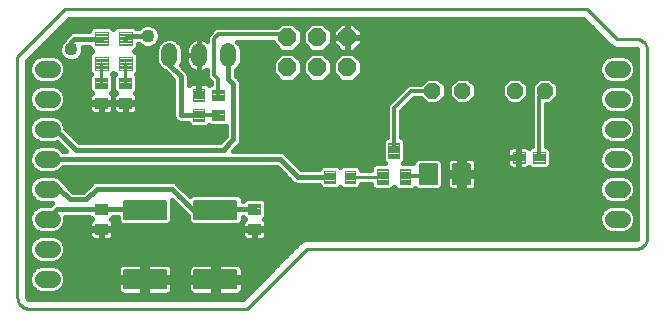
<source format=gtl>
G75*
%MOIN*%
%OFA0B0*%
%FSLAX24Y24*%
%IPPOS*%
%LPD*%
%AMOC8*
5,1,8,0,0,1.08239X$1,22.5*
%
%ADD10C,0.0100*%
%ADD11OC8,0.0610*%
%ADD12C,0.0560*%
%ADD13C,0.0039*%
%ADD14C,0.0520*%
%ADD15C,0.0063*%
%ADD16OC8,0.0520*%
%ADD17C,0.0067*%
%ADD18C,0.0047*%
%ADD19C,0.0120*%
%ADD20C,0.0160*%
%ADD21C,0.0436*%
D10*
X002750Y010275D02*
X010050Y010275D01*
X012050Y012275D01*
X023000Y012275D01*
X023006Y012275D02*
X023045Y012277D01*
X023083Y012283D01*
X023120Y012292D01*
X023157Y012305D01*
X023192Y012322D01*
X023225Y012341D01*
X023256Y012364D01*
X023285Y012390D01*
X023311Y012419D01*
X023334Y012450D01*
X023353Y012483D01*
X023370Y012518D01*
X023383Y012555D01*
X023392Y012592D01*
X023398Y012630D01*
X023400Y012669D01*
X023400Y012675D02*
X023400Y018875D01*
X023400Y018881D02*
X023398Y018920D01*
X023392Y018958D01*
X023383Y018995D01*
X023370Y019032D01*
X023353Y019067D01*
X023334Y019100D01*
X023311Y019131D01*
X023285Y019160D01*
X023256Y019186D01*
X023225Y019209D01*
X023192Y019228D01*
X023157Y019245D01*
X023120Y019258D01*
X023083Y019267D01*
X023045Y019273D01*
X023006Y019275D01*
X022400Y019275D01*
X021400Y020275D01*
X004000Y020275D01*
X002400Y018675D01*
X002400Y010675D01*
X002400Y010669D02*
X002402Y010630D01*
X002408Y010592D01*
X002417Y010555D01*
X002430Y010518D01*
X002447Y010483D01*
X002466Y010450D01*
X002489Y010419D01*
X002515Y010390D01*
X002544Y010364D01*
X002575Y010341D01*
X002608Y010322D01*
X002643Y010305D01*
X002680Y010292D01*
X002717Y010283D01*
X002755Y010277D01*
X002794Y010275D01*
X005200Y017810D02*
X005202Y017813D01*
X005202Y018461D01*
X005200Y018462D01*
X006000Y018462D02*
X006002Y018461D01*
X006002Y017813D01*
X006000Y017810D01*
X013485Y014675D02*
X013571Y014676D01*
X014575Y014676D01*
X014575Y014689D01*
X014576Y014692D01*
D11*
X013400Y018325D03*
X012400Y018325D03*
X011400Y018325D03*
X011400Y019325D03*
X012400Y019325D03*
X013400Y019325D03*
D12*
X022260Y018275D02*
X022540Y018275D01*
X022540Y017275D02*
X022260Y017275D01*
X022260Y016275D02*
X022540Y016275D01*
X022540Y015275D02*
X022260Y015275D01*
X022260Y014275D02*
X022540Y014275D01*
X022540Y013275D02*
X022260Y013275D01*
X003540Y013275D02*
X003260Y013275D01*
X003260Y012275D02*
X003540Y012275D01*
X003540Y011275D02*
X003260Y011275D01*
X003260Y014275D02*
X003540Y014275D01*
X003540Y015275D02*
X003260Y015275D01*
X003260Y016275D02*
X003540Y016275D01*
X003540Y017275D02*
X003260Y017275D01*
X003260Y018275D02*
X003540Y018275D01*
D13*
X005397Y017988D02*
X005397Y017632D01*
X005003Y017632D01*
X005003Y017988D01*
X005397Y017988D01*
X005397Y017670D02*
X005003Y017670D01*
X005003Y017708D02*
X005397Y017708D01*
X005397Y017746D02*
X005003Y017746D01*
X005003Y017784D02*
X005397Y017784D01*
X005397Y017822D02*
X005003Y017822D01*
X005003Y017860D02*
X005397Y017860D01*
X005397Y017898D02*
X005003Y017898D01*
X005003Y017936D02*
X005397Y017936D01*
X005397Y017974D02*
X005003Y017974D01*
X005397Y017318D02*
X005397Y016962D01*
X005003Y016962D01*
X005003Y017318D01*
X005397Y017318D01*
X005397Y017000D02*
X005003Y017000D01*
X005003Y017038D02*
X005397Y017038D01*
X005397Y017076D02*
X005003Y017076D01*
X005003Y017114D02*
X005397Y017114D01*
X005397Y017152D02*
X005003Y017152D01*
X005003Y017190D02*
X005397Y017190D01*
X005397Y017228D02*
X005003Y017228D01*
X005003Y017266D02*
X005397Y017266D01*
X005397Y017304D02*
X005003Y017304D01*
X006197Y017318D02*
X006197Y016962D01*
X005803Y016962D01*
X005803Y017318D01*
X006197Y017318D01*
X006197Y017000D02*
X005803Y017000D01*
X005803Y017038D02*
X006197Y017038D01*
X006197Y017076D02*
X005803Y017076D01*
X005803Y017114D02*
X006197Y017114D01*
X006197Y017152D02*
X005803Y017152D01*
X005803Y017190D02*
X006197Y017190D01*
X006197Y017228D02*
X005803Y017228D01*
X005803Y017266D02*
X006197Y017266D01*
X006197Y017304D02*
X005803Y017304D01*
X006197Y017632D02*
X006197Y017988D01*
X006197Y017632D02*
X005803Y017632D01*
X005803Y017988D01*
X006197Y017988D01*
X006197Y017670D02*
X005803Y017670D01*
X005803Y017708D02*
X006197Y017708D01*
X006197Y017746D02*
X005803Y017746D01*
X005803Y017784D02*
X006197Y017784D01*
X006197Y017822D02*
X005803Y017822D01*
X005803Y017860D02*
X006197Y017860D01*
X006197Y017898D02*
X005803Y017898D01*
X005803Y017936D02*
X006197Y017936D01*
X006197Y017974D02*
X005803Y017974D01*
X008628Y017607D02*
X008628Y017213D01*
X008272Y017213D01*
X008272Y017607D01*
X008628Y017607D01*
X008628Y017251D02*
X008272Y017251D01*
X008272Y017289D02*
X008628Y017289D01*
X008628Y017327D02*
X008272Y017327D01*
X008272Y017365D02*
X008628Y017365D01*
X008628Y017403D02*
X008272Y017403D01*
X008272Y017441D02*
X008628Y017441D01*
X008628Y017479D02*
X008272Y017479D01*
X008272Y017517D02*
X008628Y017517D01*
X008628Y017555D02*
X008272Y017555D01*
X008272Y017593D02*
X008628Y017593D01*
X009297Y017588D02*
X009297Y017232D01*
X008903Y017232D01*
X008903Y017588D01*
X009297Y017588D01*
X009297Y017270D02*
X008903Y017270D01*
X008903Y017308D02*
X009297Y017308D01*
X009297Y017346D02*
X008903Y017346D01*
X008903Y017384D02*
X009297Y017384D01*
X009297Y017422D02*
X008903Y017422D01*
X008903Y017460D02*
X009297Y017460D01*
X009297Y017498D02*
X008903Y017498D01*
X008903Y017536D02*
X009297Y017536D01*
X009297Y017574D02*
X008903Y017574D01*
X009297Y016918D02*
X009297Y016562D01*
X008903Y016562D01*
X008903Y016918D01*
X009297Y016918D01*
X009297Y016600D02*
X008903Y016600D01*
X008903Y016638D02*
X009297Y016638D01*
X009297Y016676D02*
X008903Y016676D01*
X008903Y016714D02*
X009297Y016714D01*
X009297Y016752D02*
X008903Y016752D01*
X008903Y016790D02*
X009297Y016790D01*
X009297Y016828D02*
X008903Y016828D01*
X008903Y016866D02*
X009297Y016866D01*
X009297Y016904D02*
X008903Y016904D01*
X008628Y016937D02*
X008628Y016543D01*
X008272Y016543D01*
X008272Y016937D01*
X008628Y016937D01*
X008628Y016581D02*
X008272Y016581D01*
X008272Y016619D02*
X008628Y016619D01*
X008628Y016657D02*
X008272Y016657D01*
X008272Y016695D02*
X008628Y016695D01*
X008628Y016733D02*
X008272Y016733D01*
X008272Y016771D02*
X008628Y016771D01*
X008628Y016809D02*
X008272Y016809D01*
X008272Y016847D02*
X008628Y016847D01*
X008628Y016885D02*
X008272Y016885D01*
X008272Y016923D02*
X008628Y016923D01*
X010103Y013788D02*
X010103Y013432D01*
X010103Y013788D02*
X010497Y013788D01*
X010497Y013432D01*
X010103Y013432D01*
X010103Y013470D02*
X010497Y013470D01*
X010497Y013508D02*
X010103Y013508D01*
X010103Y013546D02*
X010497Y013546D01*
X010497Y013584D02*
X010103Y013584D01*
X010103Y013622D02*
X010497Y013622D01*
X010497Y013660D02*
X010103Y013660D01*
X010103Y013698D02*
X010497Y013698D01*
X010497Y013736D02*
X010103Y013736D01*
X010103Y013774D02*
X010497Y013774D01*
X010103Y013118D02*
X010103Y012762D01*
X010103Y013118D02*
X010497Y013118D01*
X010497Y012762D01*
X010103Y012762D01*
X010103Y012800D02*
X010497Y012800D01*
X010497Y012838D02*
X010103Y012838D01*
X010103Y012876D02*
X010497Y012876D01*
X010497Y012914D02*
X010103Y012914D01*
X010103Y012952D02*
X010497Y012952D01*
X010497Y012990D02*
X010103Y012990D01*
X010103Y013028D02*
X010497Y013028D01*
X010497Y013066D02*
X010103Y013066D01*
X010103Y013104D02*
X010497Y013104D01*
X012637Y014478D02*
X012993Y014478D01*
X012637Y014478D02*
X012637Y014872D01*
X012993Y014872D01*
X012993Y014478D01*
X012993Y014516D02*
X012637Y014516D01*
X012637Y014554D02*
X012993Y014554D01*
X012993Y014592D02*
X012637Y014592D01*
X012637Y014630D02*
X012993Y014630D01*
X012993Y014668D02*
X012637Y014668D01*
X012637Y014706D02*
X012993Y014706D01*
X012993Y014744D02*
X012637Y014744D01*
X012637Y014782D02*
X012993Y014782D01*
X012993Y014820D02*
X012637Y014820D01*
X012637Y014858D02*
X012993Y014858D01*
X013307Y014478D02*
X013663Y014478D01*
X013307Y014478D02*
X013307Y014872D01*
X013663Y014872D01*
X013663Y014478D01*
X013663Y014516D02*
X013307Y014516D01*
X013307Y014554D02*
X013663Y014554D01*
X013663Y014592D02*
X013307Y014592D01*
X013307Y014630D02*
X013663Y014630D01*
X013663Y014668D02*
X013307Y014668D01*
X013307Y014706D02*
X013663Y014706D01*
X013663Y014744D02*
X013307Y014744D01*
X013307Y014782D02*
X013663Y014782D01*
X013663Y014820D02*
X013307Y014820D01*
X013307Y014858D02*
X013663Y014858D01*
X014398Y014436D02*
X014754Y014436D01*
X014398Y014436D02*
X014398Y014948D01*
X014754Y014948D01*
X014754Y014436D01*
X014754Y014474D02*
X014398Y014474D01*
X014398Y014512D02*
X014754Y014512D01*
X014754Y014550D02*
X014398Y014550D01*
X014398Y014588D02*
X014754Y014588D01*
X014754Y014626D02*
X014398Y014626D01*
X014398Y014664D02*
X014754Y014664D01*
X014754Y014702D02*
X014398Y014702D01*
X014398Y014740D02*
X014754Y014740D01*
X014754Y014778D02*
X014398Y014778D01*
X014398Y014816D02*
X014754Y014816D01*
X014754Y014854D02*
X014398Y014854D01*
X014398Y014892D02*
X014754Y014892D01*
X014754Y014930D02*
X014398Y014930D01*
X014772Y015302D02*
X015128Y015302D01*
X014772Y015302D02*
X014772Y015814D01*
X015128Y015814D01*
X015128Y015302D01*
X015128Y015340D02*
X014772Y015340D01*
X014772Y015378D02*
X015128Y015378D01*
X015128Y015416D02*
X014772Y015416D01*
X014772Y015454D02*
X015128Y015454D01*
X015128Y015492D02*
X014772Y015492D01*
X014772Y015530D02*
X015128Y015530D01*
X015128Y015568D02*
X014772Y015568D01*
X014772Y015606D02*
X015128Y015606D01*
X015128Y015644D02*
X014772Y015644D01*
X014772Y015682D02*
X015128Y015682D01*
X015128Y015720D02*
X014772Y015720D01*
X014772Y015758D02*
X015128Y015758D01*
X015128Y015796D02*
X014772Y015796D01*
X015146Y014436D02*
X015502Y014436D01*
X015146Y014436D02*
X015146Y014948D01*
X015502Y014948D01*
X015502Y014436D01*
X015502Y014474D02*
X015146Y014474D01*
X015146Y014512D02*
X015502Y014512D01*
X015502Y014550D02*
X015146Y014550D01*
X015146Y014588D02*
X015502Y014588D01*
X015502Y014626D02*
X015146Y014626D01*
X015146Y014664D02*
X015502Y014664D01*
X015502Y014702D02*
X015146Y014702D01*
X015146Y014740D02*
X015502Y014740D01*
X015502Y014778D02*
X015146Y014778D01*
X015146Y014816D02*
X015502Y014816D01*
X015502Y014854D02*
X015146Y014854D01*
X015146Y014892D02*
X015502Y014892D01*
X015502Y014930D02*
X015146Y014930D01*
X018918Y015503D02*
X019312Y015503D01*
X019312Y015147D01*
X018918Y015147D01*
X018918Y015503D01*
X018918Y015185D02*
X019312Y015185D01*
X019312Y015223D02*
X018918Y015223D01*
X018918Y015261D02*
X019312Y015261D01*
X019312Y015299D02*
X018918Y015299D01*
X018918Y015337D02*
X019312Y015337D01*
X019312Y015375D02*
X018918Y015375D01*
X018918Y015413D02*
X019312Y015413D01*
X019312Y015451D02*
X018918Y015451D01*
X018918Y015489D02*
X019312Y015489D01*
X019588Y015503D02*
X019982Y015503D01*
X019982Y015147D01*
X019588Y015147D01*
X019588Y015503D01*
X019588Y015185D02*
X019982Y015185D01*
X019982Y015223D02*
X019588Y015223D01*
X019588Y015261D02*
X019982Y015261D01*
X019982Y015299D02*
X019588Y015299D01*
X019588Y015337D02*
X019982Y015337D01*
X019982Y015375D02*
X019588Y015375D01*
X019588Y015413D02*
X019982Y015413D01*
X019982Y015451D02*
X019588Y015451D01*
X019588Y015489D02*
X019982Y015489D01*
X005397Y013788D02*
X005397Y013432D01*
X005003Y013432D01*
X005003Y013788D01*
X005397Y013788D01*
X005397Y013470D02*
X005003Y013470D01*
X005003Y013508D02*
X005397Y013508D01*
X005397Y013546D02*
X005003Y013546D01*
X005003Y013584D02*
X005397Y013584D01*
X005397Y013622D02*
X005003Y013622D01*
X005003Y013660D02*
X005397Y013660D01*
X005397Y013698D02*
X005003Y013698D01*
X005003Y013736D02*
X005397Y013736D01*
X005397Y013774D02*
X005003Y013774D01*
X005397Y013118D02*
X005397Y012762D01*
X005003Y012762D01*
X005003Y013118D01*
X005397Y013118D01*
X005397Y012800D02*
X005003Y012800D01*
X005003Y012838D02*
X005397Y012838D01*
X005397Y012876D02*
X005003Y012876D01*
X005003Y012914D02*
X005397Y012914D01*
X005397Y012952D02*
X005003Y012952D01*
X005003Y012990D02*
X005397Y012990D01*
X005397Y013028D02*
X005003Y013028D01*
X005003Y013066D02*
X005397Y013066D01*
X005397Y013104D02*
X005003Y013104D01*
D14*
X007466Y018605D02*
X007466Y018865D01*
X008450Y018865D02*
X008450Y018605D01*
X009435Y018605D02*
X009435Y018865D01*
D15*
X015806Y015099D02*
X016374Y015099D01*
X016374Y014451D01*
X015806Y014451D01*
X015806Y015099D01*
X015806Y014513D02*
X016374Y014513D01*
X016374Y014575D02*
X015806Y014575D01*
X015806Y014637D02*
X016374Y014637D01*
X016374Y014699D02*
X015806Y014699D01*
X015806Y014761D02*
X016374Y014761D01*
X016374Y014823D02*
X015806Y014823D01*
X015806Y014885D02*
X016374Y014885D01*
X016374Y014947D02*
X015806Y014947D01*
X015806Y015009D02*
X016374Y015009D01*
X016374Y015071D02*
X015806Y015071D01*
X016926Y015099D02*
X017494Y015099D01*
X017494Y014451D01*
X016926Y014451D01*
X016926Y015099D01*
X016926Y014513D02*
X017494Y014513D01*
X017494Y014575D02*
X016926Y014575D01*
X016926Y014637D02*
X017494Y014637D01*
X017494Y014699D02*
X016926Y014699D01*
X016926Y014761D02*
X017494Y014761D01*
X017494Y014823D02*
X016926Y014823D01*
X016926Y014885D02*
X017494Y014885D01*
X017494Y014947D02*
X016926Y014947D01*
X016926Y015009D02*
X017494Y015009D01*
X017494Y015071D02*
X016926Y015071D01*
D16*
X017235Y017545D03*
X016235Y017545D03*
X018985Y017545D03*
X019985Y017545D03*
D17*
X008305Y013887D02*
X008305Y013285D01*
X008305Y013887D02*
X009695Y013887D01*
X009695Y013285D01*
X008305Y013285D01*
X008305Y013351D02*
X009695Y013351D01*
X009695Y013417D02*
X008305Y013417D01*
X008305Y013483D02*
X009695Y013483D01*
X009695Y013549D02*
X008305Y013549D01*
X008305Y013615D02*
X009695Y013615D01*
X009695Y013681D02*
X008305Y013681D01*
X008305Y013747D02*
X009695Y013747D01*
X009695Y013813D02*
X008305Y013813D01*
X008305Y013879D02*
X009695Y013879D01*
X008305Y011565D02*
X008305Y010963D01*
X008305Y011565D02*
X009695Y011565D01*
X009695Y010963D01*
X008305Y010963D01*
X008305Y011029D02*
X009695Y011029D01*
X009695Y011095D02*
X008305Y011095D01*
X008305Y011161D02*
X009695Y011161D01*
X009695Y011227D02*
X008305Y011227D01*
X008305Y011293D02*
X009695Y011293D01*
X009695Y011359D02*
X008305Y011359D01*
X008305Y011425D02*
X009695Y011425D01*
X009695Y011491D02*
X008305Y011491D01*
X008305Y011557D02*
X009695Y011557D01*
X005955Y011565D02*
X005955Y010963D01*
X005955Y011565D02*
X007345Y011565D01*
X007345Y010963D01*
X005955Y010963D01*
X005955Y011029D02*
X007345Y011029D01*
X007345Y011095D02*
X005955Y011095D01*
X005955Y011161D02*
X007345Y011161D01*
X007345Y011227D02*
X005955Y011227D01*
X005955Y011293D02*
X007345Y011293D01*
X007345Y011359D02*
X005955Y011359D01*
X005955Y011425D02*
X007345Y011425D01*
X007345Y011491D02*
X005955Y011491D01*
X005955Y011557D02*
X007345Y011557D01*
X005955Y013285D02*
X005955Y013887D01*
X007345Y013887D01*
X007345Y013285D01*
X005955Y013285D01*
X005955Y013351D02*
X007345Y013351D01*
X007345Y013417D02*
X005955Y013417D01*
X005955Y013483D02*
X007345Y013483D01*
X007345Y013549D02*
X005955Y013549D01*
X005955Y013615D02*
X007345Y013615D01*
X007345Y013681D02*
X005955Y013681D01*
X005955Y013747D02*
X007345Y013747D01*
X007345Y013813D02*
X005955Y013813D01*
X005955Y013879D02*
X007345Y013879D01*
D18*
X006213Y018675D02*
X005787Y018675D01*
X006213Y018675D02*
X006213Y018249D01*
X005787Y018249D01*
X005787Y018675D01*
X005787Y018295D02*
X006213Y018295D01*
X006213Y018341D02*
X005787Y018341D01*
X005787Y018387D02*
X006213Y018387D01*
X006213Y018433D02*
X005787Y018433D01*
X005787Y018479D02*
X006213Y018479D01*
X006213Y018525D02*
X005787Y018525D01*
X005787Y018571D02*
X006213Y018571D01*
X006213Y018617D02*
X005787Y018617D01*
X005787Y018663D02*
X006213Y018663D01*
X006213Y019501D02*
X005787Y019501D01*
X006213Y019501D02*
X006213Y019075D01*
X005787Y019075D01*
X005787Y019501D01*
X005787Y019121D02*
X006213Y019121D01*
X006213Y019167D02*
X005787Y019167D01*
X005787Y019213D02*
X006213Y019213D01*
X006213Y019259D02*
X005787Y019259D01*
X005787Y019305D02*
X006213Y019305D01*
X006213Y019351D02*
X005787Y019351D01*
X005787Y019397D02*
X006213Y019397D01*
X006213Y019443D02*
X005787Y019443D01*
X005787Y019489D02*
X006213Y019489D01*
X005413Y019501D02*
X004987Y019501D01*
X005413Y019501D02*
X005413Y019075D01*
X004987Y019075D01*
X004987Y019501D01*
X004987Y019121D02*
X005413Y019121D01*
X005413Y019167D02*
X004987Y019167D01*
X004987Y019213D02*
X005413Y019213D01*
X005413Y019259D02*
X004987Y019259D01*
X004987Y019305D02*
X005413Y019305D01*
X005413Y019351D02*
X004987Y019351D01*
X004987Y019397D02*
X005413Y019397D01*
X005413Y019443D02*
X004987Y019443D01*
X004987Y019489D02*
X005413Y019489D01*
X005413Y018675D02*
X004987Y018675D01*
X005413Y018675D02*
X005413Y018249D01*
X004987Y018249D01*
X004987Y018675D01*
X004987Y018295D02*
X005413Y018295D01*
X005413Y018341D02*
X004987Y018341D01*
X004987Y018387D02*
X005413Y018387D01*
X005413Y018433D02*
X004987Y018433D01*
X004987Y018479D02*
X005413Y018479D01*
X005413Y018525D02*
X004987Y018525D01*
X004987Y018571D02*
X005413Y018571D01*
X005413Y018617D02*
X004987Y018617D01*
X004987Y018663D02*
X005413Y018663D01*
D19*
X005982Y017159D02*
X006002Y017140D01*
X006000Y017140D01*
X008450Y016740D02*
X009100Y016740D01*
X009100Y017410D02*
X009100Y017925D01*
X008950Y018075D01*
X008950Y019275D01*
X009100Y019425D01*
X011300Y019425D01*
X011400Y019325D01*
X014950Y016975D02*
X014950Y015558D01*
X015324Y014692D02*
X016073Y014692D01*
X016090Y014775D01*
X014950Y016975D02*
X015520Y017545D01*
X016235Y017545D01*
X019785Y017345D02*
X019785Y015325D01*
X019785Y017345D02*
X019985Y017545D01*
X022652Y017724D02*
X022653Y017726D01*
X006650Y011264D02*
X006231Y011006D01*
D20*
X006570Y010945D02*
X006730Y010945D01*
X006730Y011103D02*
X006570Y011103D01*
X006570Y011184D02*
X006730Y011184D01*
X006730Y011344D01*
X006570Y011344D01*
X006570Y011778D01*
X005927Y011778D01*
X005873Y011764D01*
X005824Y011736D01*
X005784Y011696D01*
X005756Y011647D01*
X005742Y011593D01*
X005742Y011344D01*
X006570Y011344D01*
X006570Y011184D01*
X005742Y011184D01*
X005742Y010934D01*
X005756Y010880D01*
X005784Y010831D01*
X005824Y010792D01*
X005873Y010763D01*
X005927Y010749D01*
X006570Y010749D01*
X006570Y011184D01*
X006570Y011262D02*
X004000Y011262D01*
X004000Y011183D02*
X004000Y011366D01*
X003930Y011536D01*
X003801Y011665D01*
X003631Y011735D01*
X003168Y011735D01*
X002999Y011665D01*
X002870Y011536D01*
X002800Y011366D01*
X002800Y011183D01*
X002870Y011014D01*
X002999Y010885D01*
X003168Y010815D01*
X003631Y010815D01*
X003801Y010885D01*
X003930Y011014D01*
X004000Y011183D01*
X003967Y011103D02*
X005742Y011103D01*
X005742Y010945D02*
X003860Y010945D01*
X003978Y011420D02*
X005742Y011420D01*
X005742Y011579D02*
X003887Y011579D01*
X003801Y011885D02*
X003631Y011815D01*
X003168Y011815D01*
X002999Y011885D01*
X002870Y012014D01*
X002800Y012183D01*
X002800Y012366D01*
X002870Y012536D01*
X002999Y012665D01*
X003168Y012735D01*
X003631Y012735D01*
X003801Y012665D01*
X003930Y012536D01*
X004000Y012366D01*
X004000Y012183D01*
X003930Y012014D01*
X003801Y011885D01*
X003811Y011896D02*
X011204Y011896D01*
X011362Y012054D02*
X003946Y012054D01*
X004000Y012213D02*
X011521Y012213D01*
X011679Y012371D02*
X003998Y012371D01*
X003932Y012530D02*
X011838Y012530D01*
X011863Y012555D02*
X011770Y012462D01*
X009913Y010605D01*
X002794Y010605D01*
X002781Y010606D01*
X002758Y010616D01*
X002741Y010633D01*
X002731Y010656D01*
X002730Y010669D01*
X002730Y018538D01*
X004137Y019945D01*
X021263Y019945D01*
X022120Y019088D01*
X022213Y018995D01*
X022334Y018945D01*
X023006Y018945D01*
X023019Y018944D01*
X023042Y018934D01*
X023059Y018917D01*
X023069Y018894D01*
X023070Y018881D01*
X023070Y012669D01*
X023069Y012656D01*
X023059Y012633D01*
X023042Y012616D01*
X023019Y012606D01*
X023006Y012605D01*
X011984Y012605D01*
X011863Y012555D01*
X011045Y011737D02*
X009823Y011737D01*
X009826Y011736D02*
X009777Y011764D01*
X009723Y011778D01*
X009080Y011778D01*
X009080Y011344D01*
X008920Y011344D01*
X008920Y011778D01*
X008277Y011778D01*
X008223Y011764D01*
X008174Y011736D01*
X008134Y011696D01*
X008106Y011647D01*
X008092Y011593D01*
X008092Y011344D01*
X008920Y011344D01*
X008920Y011184D01*
X008092Y011184D01*
X008092Y010934D01*
X008106Y010880D01*
X008134Y010831D01*
X008174Y010792D01*
X008223Y010763D01*
X008277Y010749D01*
X008920Y010749D01*
X008920Y011184D01*
X009080Y011184D01*
X009080Y011344D01*
X009908Y011344D01*
X009908Y011593D01*
X009894Y011647D01*
X009866Y011696D01*
X009826Y011736D01*
X009908Y011579D02*
X010887Y011579D01*
X010728Y011420D02*
X009908Y011420D01*
X009908Y011184D02*
X009908Y010934D01*
X009894Y010880D01*
X009866Y010831D01*
X009826Y010792D01*
X009777Y010763D01*
X009723Y010749D01*
X009080Y010749D01*
X009080Y011184D01*
X009908Y011184D01*
X009908Y011103D02*
X010411Y011103D01*
X010253Y010945D02*
X009908Y010945D01*
X009816Y010786D02*
X010094Y010786D01*
X009936Y010628D02*
X002747Y010628D01*
X002730Y010786D02*
X005834Y010786D01*
X006570Y010786D02*
X006730Y010786D01*
X006730Y010749D02*
X007373Y010749D01*
X007427Y010763D01*
X007476Y010792D01*
X007516Y010831D01*
X007544Y010880D01*
X007558Y010934D01*
X007558Y011184D01*
X006730Y011184D01*
X006730Y010749D01*
X006730Y011262D02*
X008920Y011262D01*
X008920Y011420D02*
X009080Y011420D01*
X009080Y011262D02*
X010570Y011262D01*
X009080Y011103D02*
X008920Y011103D01*
X008920Y010945D02*
X009080Y010945D01*
X009080Y010786D02*
X008920Y010786D01*
X008184Y010786D02*
X007466Y010786D01*
X007558Y010945D02*
X008092Y010945D01*
X008092Y011103D02*
X007558Y011103D01*
X007558Y011344D02*
X007558Y011593D01*
X007544Y011647D01*
X007516Y011696D01*
X007476Y011736D01*
X007427Y011764D01*
X007373Y011778D01*
X006730Y011778D01*
X006730Y011344D01*
X007558Y011344D01*
X007558Y011420D02*
X008092Y011420D01*
X008092Y011579D02*
X007558Y011579D01*
X007473Y011737D02*
X008177Y011737D01*
X008920Y011737D02*
X009080Y011737D01*
X009080Y011579D02*
X008920Y011579D01*
X009981Y012603D02*
X010026Y012577D01*
X010077Y012564D01*
X010282Y012564D01*
X010282Y012922D01*
X010318Y012922D01*
X010318Y012564D01*
X010523Y012564D01*
X010574Y012577D01*
X010619Y012603D01*
X010657Y012641D01*
X010683Y012686D01*
X010697Y012737D01*
X010697Y012922D01*
X010318Y012922D01*
X010318Y012959D01*
X010697Y012959D01*
X010697Y013144D01*
X010683Y013195D01*
X010657Y013240D01*
X010622Y013275D01*
X010697Y013350D01*
X010697Y013870D01*
X010580Y013986D01*
X010020Y013986D01*
X009908Y013874D01*
X009908Y013976D01*
X009783Y014101D01*
X008217Y014101D01*
X008154Y014039D01*
X007770Y014422D01*
X007697Y014495D01*
X007602Y014535D01*
X004998Y014535D01*
X004903Y014495D01*
X004830Y014422D01*
X004592Y014185D01*
X004258Y014185D01*
X003947Y014495D01*
X003946Y014496D01*
X003930Y014536D01*
X003801Y014665D01*
X003631Y014735D01*
X003168Y014735D01*
X002999Y014665D01*
X002870Y014536D01*
X002800Y014366D01*
X002800Y014183D01*
X002870Y014014D01*
X002999Y013885D01*
X003168Y013815D01*
X003572Y013815D01*
X003492Y013735D01*
X003168Y013735D01*
X002999Y013665D01*
X002870Y013536D01*
X002800Y013366D01*
X002800Y013183D01*
X002870Y013014D01*
X002999Y012885D01*
X003168Y012815D01*
X003631Y012815D01*
X003801Y012885D01*
X003930Y013014D01*
X004000Y013183D01*
X004000Y013350D01*
X004804Y013350D01*
X004878Y013275D01*
X004843Y013240D01*
X004817Y013195D01*
X004803Y013144D01*
X004803Y012959D01*
X005182Y012959D01*
X005182Y012922D01*
X005218Y012922D01*
X005218Y012564D01*
X005423Y012564D01*
X005474Y012577D01*
X005519Y012603D01*
X005557Y012641D01*
X005583Y012686D01*
X005597Y012737D01*
X005597Y012922D01*
X005218Y012922D01*
X005218Y012959D01*
X005597Y012959D01*
X005597Y013144D01*
X005583Y013195D01*
X005557Y013240D01*
X005522Y013275D01*
X005596Y013350D01*
X005742Y013350D01*
X005742Y013197D01*
X005867Y013072D01*
X007433Y013072D01*
X007558Y013197D01*
X007558Y013899D01*
X008092Y013366D01*
X008092Y013197D01*
X008217Y013072D01*
X009783Y013072D01*
X009908Y013197D01*
X009908Y013345D01*
X009978Y013275D01*
X009943Y013240D01*
X009917Y013195D01*
X009903Y013144D01*
X009903Y012959D01*
X010282Y012959D01*
X010282Y012922D01*
X009903Y012922D01*
X009903Y012737D01*
X009917Y012686D01*
X009943Y012641D01*
X009981Y012603D01*
X009917Y012688D02*
X005583Y012688D01*
X005597Y012847D02*
X009903Y012847D01*
X009903Y013005D02*
X005597Y013005D01*
X005591Y013164D02*
X005775Y013164D01*
X005742Y013322D02*
X005569Y013322D01*
X005200Y013610D02*
X006627Y013610D01*
X006650Y013586D01*
X006527Y013610D01*
X007558Y013639D02*
X007818Y013639D01*
X007660Y013798D02*
X007558Y013798D01*
X007558Y013481D02*
X007977Y013481D01*
X008092Y013322D02*
X007558Y013322D01*
X007525Y013164D02*
X008125Y013164D01*
X008339Y013486D02*
X007550Y014275D01*
X005050Y014275D01*
X004700Y013925D01*
X004150Y013925D01*
X003800Y014275D01*
X003400Y014275D01*
X003555Y013798D02*
X002730Y013798D01*
X002730Y013956D02*
X002928Y013956D01*
X002829Y014115D02*
X002730Y014115D01*
X002730Y014273D02*
X002800Y014273D01*
X002827Y014432D02*
X002730Y014432D01*
X002730Y014590D02*
X002924Y014590D01*
X002730Y014749D02*
X011309Y014749D01*
X011150Y014907D02*
X003823Y014907D01*
X003801Y014885D02*
X003930Y015014D01*
X003930Y015015D01*
X011042Y015015D01*
X011603Y014455D01*
X011698Y014415D01*
X012439Y014415D01*
X012439Y014395D01*
X012555Y014278D01*
X013075Y014278D01*
X013150Y014353D01*
X013225Y014278D01*
X013745Y014278D01*
X013861Y014395D01*
X013861Y014446D01*
X014199Y014446D01*
X014199Y014353D01*
X014316Y014236D01*
X014836Y014236D01*
X014950Y014350D01*
X015064Y014236D01*
X015584Y014236D01*
X015653Y014306D01*
X015719Y014240D01*
X016461Y014240D01*
X016585Y014364D01*
X016585Y015186D01*
X016461Y015310D01*
X015719Y015310D01*
X015595Y015186D01*
X015595Y015136D01*
X015584Y015148D01*
X015255Y015148D01*
X015327Y015219D01*
X015327Y015897D01*
X015210Y016014D01*
X015190Y016014D01*
X015190Y016876D01*
X015619Y017305D01*
X015853Y017305D01*
X016053Y017105D01*
X016417Y017105D01*
X016675Y017363D01*
X016675Y017727D01*
X016417Y017985D01*
X016053Y017985D01*
X015853Y017785D01*
X015472Y017785D01*
X015384Y017749D01*
X014814Y017178D01*
X014747Y017111D01*
X014710Y017023D01*
X014710Y016014D01*
X014690Y016014D01*
X014573Y015897D01*
X014573Y015219D01*
X014645Y015148D01*
X014316Y015148D01*
X014199Y015031D01*
X014199Y014906D01*
X013861Y014906D01*
X013861Y014955D01*
X013745Y015072D01*
X013225Y015072D01*
X013150Y014997D01*
X013075Y015072D01*
X012555Y015072D01*
X012439Y014955D01*
X012439Y014935D01*
X011858Y014935D01*
X011297Y015495D01*
X011202Y015535D01*
X009578Y015535D01*
X009747Y015705D01*
X009820Y015778D01*
X009860Y015873D01*
X009860Y017827D01*
X009820Y017922D01*
X009747Y017995D01*
X009695Y018048D01*
X009695Y018243D01*
X009808Y018356D01*
X009875Y018518D01*
X009875Y018953D01*
X009808Y019115D01*
X009737Y019185D01*
X010915Y019185D01*
X010915Y019124D01*
X011199Y018840D01*
X011601Y018840D01*
X011885Y019124D01*
X011885Y019526D01*
X011601Y019810D01*
X011199Y019810D01*
X011054Y019665D01*
X009052Y019665D01*
X008964Y019628D01*
X008897Y019561D01*
X008814Y019478D01*
X008747Y019411D01*
X008710Y019323D01*
X008710Y019221D01*
X008681Y019242D01*
X008619Y019273D01*
X008554Y019295D01*
X008485Y019305D01*
X008450Y019305D01*
X008416Y019305D01*
X008347Y019295D01*
X008282Y019273D01*
X008220Y019242D01*
X008164Y019201D01*
X008115Y019152D01*
X008074Y019096D01*
X008043Y019034D01*
X008021Y018969D01*
X008010Y018900D01*
X008010Y018735D01*
X008010Y018571D01*
X008021Y018502D01*
X008043Y018437D01*
X008074Y018375D01*
X008115Y018319D01*
X008164Y018270D01*
X008220Y018229D01*
X008282Y018198D01*
X008347Y018176D01*
X008416Y018165D01*
X008450Y018165D01*
X008450Y018735D01*
X008450Y018735D01*
X008010Y018735D01*
X008450Y018735D01*
X008450Y018735D01*
X008450Y018165D01*
X008485Y018165D01*
X008554Y018176D01*
X008619Y018198D01*
X008681Y018229D01*
X008710Y018250D01*
X008710Y018027D01*
X008747Y017939D01*
X008860Y017826D01*
X008860Y017786D01*
X008820Y017786D01*
X008775Y017741D01*
X008750Y017766D01*
X008704Y017793D01*
X008653Y017806D01*
X008468Y017806D01*
X008468Y017428D01*
X008432Y017428D01*
X008432Y017806D01*
X008247Y017806D01*
X008196Y017793D01*
X008150Y017766D01*
X008113Y017729D01*
X008110Y017724D01*
X008110Y018077D01*
X008710Y018077D01*
X008710Y018236D02*
X008690Y018236D01*
X008450Y018236D02*
X008450Y018236D01*
X008450Y018394D02*
X008450Y018394D01*
X008450Y018553D02*
X008450Y018553D01*
X008450Y018711D02*
X008450Y018711D01*
X008450Y018735D02*
X008450Y019305D01*
X008450Y018735D01*
X008450Y018735D01*
X008450Y018870D02*
X008450Y018870D01*
X008450Y019028D02*
X008450Y019028D01*
X008450Y019187D02*
X008450Y019187D01*
X008149Y019187D02*
X007767Y019187D01*
X007715Y019238D02*
X007554Y019305D01*
X007379Y019305D01*
X007217Y019238D01*
X007093Y019115D01*
X007026Y018953D01*
X007026Y018518D01*
X007093Y018356D01*
X007217Y018232D01*
X007316Y018192D01*
X007590Y017917D01*
X007590Y016689D01*
X007630Y016593D01*
X007703Y016520D01*
X007798Y016480D01*
X008073Y016480D01*
X008073Y016461D01*
X008190Y016344D01*
X008710Y016344D01*
X008775Y016409D01*
X008820Y016364D01*
X009340Y016364D01*
X009340Y016033D01*
X009142Y015835D01*
X004458Y015835D01*
X004000Y016293D01*
X004000Y016366D01*
X003930Y016536D01*
X003801Y016665D01*
X003631Y016735D01*
X003168Y016735D01*
X002999Y016665D01*
X002870Y016536D01*
X002800Y016366D01*
X002800Y016183D01*
X002870Y016014D01*
X002999Y015885D01*
X003168Y015815D01*
X003631Y015815D01*
X003710Y015847D01*
X004022Y015535D01*
X003930Y015535D01*
X003930Y015536D01*
X003801Y015665D01*
X003631Y015735D01*
X003168Y015735D01*
X002999Y015665D01*
X002870Y015536D01*
X002800Y015366D01*
X002800Y015183D01*
X002870Y015014D01*
X002999Y014885D01*
X003168Y014815D01*
X003631Y014815D01*
X003801Y014885D01*
X003876Y014590D02*
X011467Y014590D01*
X011658Y014432D02*
X007761Y014432D01*
X007920Y014273D02*
X014279Y014273D01*
X014199Y014432D02*
X013861Y014432D01*
X013500Y014660D02*
X013485Y014675D01*
X013861Y014907D02*
X014199Y014907D01*
X014234Y015066D02*
X013751Y015066D01*
X013219Y015066D02*
X013081Y015066D01*
X012815Y014675D02*
X011750Y014675D01*
X011150Y015275D01*
X003400Y015275D01*
X003083Y015700D02*
X002730Y015700D01*
X002730Y015858D02*
X003065Y015858D01*
X002869Y016017D02*
X002730Y016017D01*
X002730Y016175D02*
X002804Y016175D01*
X002800Y016334D02*
X002730Y016334D01*
X002730Y016492D02*
X002852Y016492D01*
X002730Y016651D02*
X002985Y016651D01*
X002999Y016885D02*
X003168Y016815D01*
X003631Y016815D01*
X003801Y016885D01*
X003930Y017014D01*
X004000Y017183D01*
X004000Y017366D01*
X003930Y017536D01*
X003801Y017665D01*
X003631Y017735D01*
X003168Y017735D01*
X002999Y017665D01*
X002870Y017536D01*
X002800Y017366D01*
X002800Y017183D01*
X002870Y017014D01*
X002999Y016885D01*
X002917Y016968D02*
X002730Y016968D01*
X002730Y017126D02*
X002824Y017126D01*
X002800Y017285D02*
X002730Y017285D01*
X002730Y017443D02*
X002832Y017443D01*
X002730Y017602D02*
X002936Y017602D01*
X002730Y017760D02*
X004803Y017760D01*
X004803Y017602D02*
X003864Y017602D01*
X003968Y017443D02*
X004846Y017443D01*
X004843Y017440D02*
X004817Y017395D01*
X004803Y017344D01*
X004803Y017159D01*
X005182Y017159D01*
X005182Y017122D01*
X005218Y017122D01*
X005218Y016764D01*
X005423Y016764D01*
X005474Y016777D01*
X005519Y016803D01*
X005557Y016841D01*
X005583Y016886D01*
X005597Y016937D01*
X005597Y017122D01*
X005218Y017122D01*
X005218Y017159D01*
X005597Y017159D01*
X005597Y017344D01*
X005583Y017395D01*
X005557Y017440D01*
X005522Y017475D01*
X005597Y017550D01*
X005597Y018070D01*
X005559Y018107D01*
X005600Y018148D01*
X005641Y018107D01*
X005603Y018070D01*
X005603Y017550D01*
X005678Y017475D01*
X005643Y017440D01*
X005617Y017395D01*
X005603Y017344D01*
X005603Y017159D01*
X005982Y017159D01*
X005982Y017122D01*
X006018Y017122D01*
X006018Y016764D01*
X006223Y016764D01*
X006274Y016777D01*
X006319Y016803D01*
X006357Y016841D01*
X006383Y016886D01*
X006397Y016937D01*
X006397Y017122D01*
X006018Y017122D01*
X006018Y017159D01*
X006397Y017159D01*
X006397Y017344D01*
X006383Y017395D01*
X006357Y017440D01*
X006322Y017475D01*
X006397Y017550D01*
X006397Y018070D01*
X006359Y018107D01*
X006416Y018165D01*
X006416Y018759D01*
X006300Y018875D01*
X006416Y018991D01*
X006416Y019115D01*
X006447Y019115D01*
X006524Y019037D01*
X006671Y018977D01*
X006829Y018977D01*
X006976Y019037D01*
X007088Y019149D01*
X007148Y019296D01*
X007148Y019454D01*
X007088Y019601D01*
X006976Y019713D01*
X006829Y019773D01*
X006671Y019773D01*
X006524Y019713D01*
X006447Y019635D01*
X006367Y019635D01*
X006297Y019705D01*
X005703Y019705D01*
X005600Y019602D01*
X005497Y019705D01*
X004903Y019705D01*
X004784Y019585D01*
X004784Y019535D01*
X004248Y019535D01*
X004153Y019495D01*
X004080Y019422D01*
X004053Y019395D01*
X003980Y019322D01*
X003941Y019229D01*
X003862Y019151D01*
X003802Y019004D01*
X003802Y018846D01*
X003862Y018699D01*
X003974Y018587D01*
X004121Y018527D01*
X004279Y018527D01*
X004426Y018587D01*
X004538Y018699D01*
X004598Y018846D01*
X004598Y019004D01*
X004594Y019015D01*
X004784Y019015D01*
X004784Y018991D01*
X004900Y018875D01*
X004784Y018759D01*
X004784Y018165D01*
X004841Y018107D01*
X004803Y018070D01*
X004803Y017550D01*
X004878Y017475D01*
X004843Y017440D01*
X004803Y017285D02*
X004000Y017285D01*
X003976Y017126D02*
X005182Y017126D01*
X005182Y017122D02*
X004803Y017122D01*
X004803Y016937D01*
X004817Y016886D01*
X004843Y016841D01*
X004881Y016803D01*
X004926Y016777D01*
X004977Y016764D01*
X005182Y016764D01*
X005182Y017122D01*
X005200Y017140D02*
X006000Y017140D01*
X006018Y017126D02*
X007590Y017126D01*
X007590Y016968D02*
X006397Y016968D01*
X006325Y016809D02*
X007590Y016809D01*
X007606Y016651D02*
X003815Y016651D01*
X003948Y016492D02*
X007770Y016492D01*
X007850Y016740D02*
X007850Y018025D01*
X007466Y018409D01*
X007466Y018735D01*
X007026Y018711D02*
X006416Y018711D01*
X006416Y018553D02*
X007026Y018553D01*
X007078Y018394D02*
X006416Y018394D01*
X006416Y018236D02*
X007214Y018236D01*
X007430Y018077D02*
X006389Y018077D01*
X006397Y017919D02*
X007589Y017919D01*
X007590Y017760D02*
X006397Y017760D01*
X006397Y017602D02*
X007590Y017602D01*
X007590Y017443D02*
X006354Y017443D01*
X006397Y017285D02*
X007590Y017285D01*
X008110Y017760D02*
X008144Y017760D01*
X008110Y017919D02*
X008767Y017919D01*
X008756Y017760D02*
X008794Y017760D01*
X008468Y017760D02*
X008432Y017760D01*
X008432Y017602D02*
X008468Y017602D01*
X008468Y017443D02*
X008432Y017443D01*
X008110Y018077D02*
X008070Y018172D01*
X007997Y018245D01*
X007853Y018390D01*
X007906Y018518D01*
X007906Y018953D01*
X007839Y019115D01*
X007715Y019238D01*
X007875Y019028D02*
X008041Y019028D01*
X008010Y018870D02*
X007906Y018870D01*
X007906Y018711D02*
X008010Y018711D01*
X008013Y018553D02*
X007906Y018553D01*
X007855Y018394D02*
X008064Y018394D01*
X008007Y018236D02*
X008211Y018236D01*
X007026Y018870D02*
X006305Y018870D01*
X006416Y019028D02*
X006547Y019028D01*
X006750Y019375D02*
X006087Y019375D01*
X006000Y019288D01*
X005660Y019662D02*
X005540Y019662D01*
X005200Y019288D02*
X005187Y019275D01*
X004300Y019275D01*
X004200Y019175D01*
X004200Y018925D01*
X003899Y019187D02*
X003378Y019187D01*
X003537Y019345D02*
X004002Y019345D01*
X004053Y019395D02*
X004053Y019395D01*
X004080Y019422D02*
X004080Y019422D01*
X004172Y019504D02*
X003695Y019504D01*
X003854Y019662D02*
X004860Y019662D01*
X004012Y019821D02*
X021388Y019821D01*
X021546Y019662D02*
X013749Y019662D01*
X013885Y019526D02*
X013601Y019810D01*
X013414Y019810D01*
X013414Y019339D01*
X013885Y019339D01*
X013885Y019526D01*
X013885Y019504D02*
X021705Y019504D01*
X021863Y019345D02*
X013885Y019345D01*
X013885Y019311D02*
X013414Y019311D01*
X013414Y019339D01*
X013386Y019339D01*
X013386Y019810D01*
X013199Y019810D01*
X012915Y019526D01*
X012915Y019339D01*
X013386Y019339D01*
X013386Y019311D01*
X013414Y019311D01*
X013414Y018840D01*
X013601Y018840D01*
X013885Y019124D01*
X013885Y019311D01*
X013885Y019187D02*
X022022Y019187D01*
X022120Y019088D02*
X022120Y019088D01*
X022180Y019028D02*
X013789Y019028D01*
X013631Y018870D02*
X023070Y018870D01*
X023070Y018711D02*
X022689Y018711D01*
X022631Y018735D02*
X022168Y018735D01*
X021999Y018665D01*
X021870Y018536D01*
X021800Y018366D01*
X021800Y018183D01*
X021870Y018014D01*
X021999Y017885D01*
X022168Y017815D01*
X022631Y017815D01*
X022801Y017885D01*
X022930Y018014D01*
X023000Y018183D01*
X023000Y018366D01*
X022930Y018536D01*
X022801Y018665D01*
X022631Y018735D01*
X022913Y018553D02*
X023070Y018553D01*
X023070Y018394D02*
X022989Y018394D01*
X023000Y018236D02*
X023070Y018236D01*
X023070Y018077D02*
X022956Y018077D01*
X023070Y017919D02*
X022834Y017919D01*
X022801Y017665D02*
X022631Y017735D01*
X022168Y017735D01*
X021999Y017665D01*
X021870Y017536D01*
X021800Y017366D01*
X021800Y017183D01*
X021870Y017014D01*
X021999Y016885D01*
X022168Y016815D01*
X022631Y016815D01*
X022801Y016885D01*
X022930Y017014D01*
X023000Y017183D01*
X023000Y017366D01*
X022930Y017536D01*
X022801Y017665D01*
X022864Y017602D02*
X023070Y017602D01*
X023070Y017760D02*
X020392Y017760D01*
X020425Y017727D02*
X020167Y017985D01*
X019803Y017985D01*
X019545Y017727D01*
X019545Y017393D01*
X019545Y017392D01*
X019545Y015702D01*
X019505Y015702D01*
X019450Y015647D01*
X019435Y015662D01*
X019389Y015688D01*
X019338Y015702D01*
X019134Y015702D01*
X019134Y015343D01*
X019097Y015343D01*
X019097Y015307D01*
X018719Y015307D01*
X018719Y015122D01*
X018732Y015071D01*
X018759Y015025D01*
X018796Y014988D01*
X018841Y014962D01*
X018892Y014948D01*
X019097Y014948D01*
X019097Y015307D01*
X019134Y015307D01*
X019134Y014948D01*
X019338Y014948D01*
X019389Y014962D01*
X019435Y014988D01*
X019450Y015003D01*
X019505Y014948D01*
X020064Y014948D01*
X020181Y015065D01*
X020181Y015585D01*
X020064Y015702D01*
X020025Y015702D01*
X020025Y017105D01*
X020167Y017105D01*
X020425Y017363D01*
X020425Y017727D01*
X020425Y017602D02*
X021936Y017602D01*
X021832Y017443D02*
X020425Y017443D01*
X020347Y017285D02*
X021800Y017285D01*
X021824Y017126D02*
X020188Y017126D01*
X020025Y016968D02*
X021917Y016968D01*
X021999Y016665D02*
X021870Y016536D01*
X021800Y016366D01*
X021800Y016183D01*
X021870Y016014D01*
X021999Y015885D01*
X022168Y015815D01*
X022631Y015815D01*
X022801Y015885D01*
X022930Y016014D01*
X023000Y016183D01*
X023000Y016366D01*
X022930Y016536D01*
X022801Y016665D01*
X022631Y016735D01*
X022168Y016735D01*
X021999Y016665D01*
X021985Y016651D02*
X020025Y016651D01*
X020025Y016809D02*
X023070Y016809D01*
X023070Y016651D02*
X022815Y016651D01*
X022948Y016492D02*
X023070Y016492D01*
X023070Y016334D02*
X023000Y016334D01*
X022996Y016175D02*
X023070Y016175D01*
X023070Y016017D02*
X022931Y016017D01*
X023070Y015858D02*
X022735Y015858D01*
X022717Y015700D02*
X023070Y015700D01*
X023070Y015541D02*
X022925Y015541D01*
X022930Y015536D02*
X022801Y015665D01*
X022631Y015735D01*
X022168Y015735D01*
X021999Y015665D01*
X021870Y015536D01*
X021800Y015366D01*
X021800Y015183D01*
X021870Y015014D01*
X021999Y014885D01*
X022168Y014815D01*
X022631Y014815D01*
X022801Y014885D01*
X022930Y015014D01*
X023000Y015183D01*
X023000Y015366D01*
X022930Y015536D01*
X022993Y015383D02*
X023070Y015383D01*
X023070Y015224D02*
X023000Y015224D01*
X022951Y015066D02*
X023070Y015066D01*
X023070Y014907D02*
X022823Y014907D01*
X022801Y014665D02*
X022631Y014735D01*
X022168Y014735D01*
X021999Y014665D01*
X021870Y014536D01*
X021800Y014366D01*
X021800Y014183D01*
X021870Y014014D01*
X021999Y013885D01*
X022168Y013815D01*
X022631Y013815D01*
X022801Y013885D01*
X022930Y014014D01*
X023000Y014183D01*
X023000Y014366D01*
X022930Y014536D01*
X022801Y014665D01*
X022876Y014590D02*
X023070Y014590D01*
X023070Y014432D02*
X022973Y014432D01*
X023000Y014273D02*
X023070Y014273D01*
X023070Y014115D02*
X022971Y014115D01*
X022872Y013956D02*
X023070Y013956D01*
X023070Y013798D02*
X010697Y013798D01*
X010697Y013639D02*
X021973Y013639D01*
X021999Y013665D02*
X021870Y013536D01*
X021800Y013366D01*
X021800Y013183D01*
X021870Y013014D01*
X021999Y012885D01*
X022168Y012815D01*
X022631Y012815D01*
X022801Y012885D01*
X022930Y013014D01*
X023000Y013183D01*
X023000Y013366D01*
X022930Y013536D01*
X022801Y013665D01*
X022631Y013735D01*
X022168Y013735D01*
X021999Y013665D01*
X021847Y013481D02*
X010697Y013481D01*
X010669Y013322D02*
X021800Y013322D01*
X021808Y013164D02*
X010691Y013164D01*
X010697Y013005D02*
X021879Y013005D01*
X022092Y012847D02*
X010697Y012847D01*
X010683Y012688D02*
X023070Y012688D01*
X023070Y012847D02*
X022708Y012847D01*
X022921Y013005D02*
X023070Y013005D01*
X023070Y013164D02*
X022992Y013164D01*
X023000Y013322D02*
X023070Y013322D01*
X023070Y013481D02*
X022953Y013481D01*
X023070Y013639D02*
X022827Y013639D01*
X021928Y013956D02*
X010610Y013956D01*
X010300Y013610D02*
X008973Y013610D01*
X009000Y013586D01*
X008339Y013486D01*
X008078Y014115D02*
X021829Y014115D01*
X021800Y014273D02*
X017607Y014273D01*
X017623Y014282D02*
X017575Y014254D01*
X017521Y014240D01*
X017287Y014240D01*
X017287Y014698D01*
X017287Y014852D01*
X017705Y014852D01*
X017705Y015126D01*
X017690Y015180D01*
X017663Y015228D01*
X017623Y015268D01*
X017575Y015296D01*
X017521Y015310D01*
X017287Y015310D01*
X017287Y014852D01*
X017132Y014852D01*
X017132Y014698D01*
X016715Y014698D01*
X016715Y014424D01*
X016729Y014370D01*
X016757Y014322D01*
X016797Y014282D01*
X016845Y014254D01*
X016899Y014240D01*
X017132Y014240D01*
X017132Y014698D01*
X017287Y014698D01*
X017705Y014698D01*
X017705Y014424D01*
X017690Y014370D01*
X017663Y014322D01*
X017623Y014282D01*
X017705Y014432D02*
X021827Y014432D01*
X021924Y014590D02*
X017705Y014590D01*
X017705Y014907D02*
X021977Y014907D01*
X021849Y015066D02*
X020181Y015066D01*
X020181Y015224D02*
X021800Y015224D01*
X021807Y015383D02*
X020181Y015383D01*
X020181Y015541D02*
X021875Y015541D01*
X022083Y015700D02*
X020067Y015700D01*
X020025Y015858D02*
X022065Y015858D01*
X021869Y016017D02*
X020025Y016017D01*
X020025Y016175D02*
X021804Y016175D01*
X021800Y016334D02*
X020025Y016334D01*
X020025Y016492D02*
X021852Y016492D01*
X022883Y016968D02*
X023070Y016968D01*
X023070Y017126D02*
X022976Y017126D01*
X023000Y017285D02*
X023070Y017285D01*
X023070Y017443D02*
X022968Y017443D01*
X021966Y017919D02*
X020234Y017919D01*
X019736Y017919D02*
X019234Y017919D01*
X019167Y017985D02*
X018803Y017985D01*
X018545Y017727D01*
X018545Y017363D01*
X018803Y017105D01*
X019167Y017105D01*
X019425Y017363D01*
X019425Y017727D01*
X019167Y017985D01*
X019392Y017760D02*
X019578Y017760D01*
X019545Y017602D02*
X019425Y017602D01*
X019425Y017443D02*
X019545Y017443D01*
X019545Y017285D02*
X019347Y017285D01*
X019188Y017126D02*
X019545Y017126D01*
X019545Y016968D02*
X015282Y016968D01*
X015190Y016809D02*
X019545Y016809D01*
X019545Y016651D02*
X015190Y016651D01*
X015190Y016492D02*
X019545Y016492D01*
X019545Y016334D02*
X015190Y016334D01*
X015190Y016175D02*
X019545Y016175D01*
X019545Y016017D02*
X015190Y016017D01*
X015327Y015858D02*
X019545Y015858D01*
X019503Y015700D02*
X019347Y015700D01*
X019134Y015700D02*
X019097Y015700D01*
X019097Y015702D02*
X018892Y015702D01*
X018841Y015688D01*
X018796Y015662D01*
X018759Y015625D01*
X018732Y015579D01*
X018719Y015528D01*
X018719Y015343D01*
X019097Y015343D01*
X019097Y015702D01*
X019097Y015541D02*
X019134Y015541D01*
X019134Y015383D02*
X019097Y015383D01*
X019097Y015224D02*
X019134Y015224D01*
X019134Y015066D02*
X019097Y015066D01*
X018735Y015066D02*
X017705Y015066D01*
X017665Y015224D02*
X018719Y015224D01*
X018719Y015383D02*
X015327Y015383D01*
X015327Y015541D02*
X018722Y015541D01*
X018884Y015700D02*
X015327Y015700D01*
X015327Y015224D02*
X015633Y015224D01*
X016547Y015224D02*
X016755Y015224D01*
X016757Y015228D02*
X016729Y015180D01*
X016715Y015126D01*
X016715Y014852D01*
X017132Y014852D01*
X017132Y015310D01*
X016899Y015310D01*
X016845Y015296D01*
X016797Y015268D01*
X016757Y015228D01*
X016715Y015066D02*
X016585Y015066D01*
X016585Y014907D02*
X016715Y014907D01*
X016585Y014749D02*
X017132Y014749D01*
X017287Y014749D02*
X023070Y014749D01*
X021844Y018077D02*
X013838Y018077D01*
X013885Y018124D02*
X013601Y017840D01*
X013199Y017840D01*
X012915Y018124D01*
X012915Y018526D01*
X013199Y018810D01*
X013601Y018810D01*
X013885Y018526D01*
X013885Y018124D01*
X013885Y018236D02*
X021800Y018236D01*
X021811Y018394D02*
X013885Y018394D01*
X013859Y018553D02*
X021887Y018553D01*
X022111Y018711D02*
X013700Y018711D01*
X013414Y018870D02*
X013386Y018870D01*
X013386Y018840D02*
X013386Y019311D01*
X012915Y019311D01*
X012915Y019124D01*
X013199Y018840D01*
X013386Y018840D01*
X013386Y019028D02*
X013414Y019028D01*
X013414Y019187D02*
X013386Y019187D01*
X013386Y019345D02*
X013414Y019345D01*
X013414Y019504D02*
X013386Y019504D01*
X013386Y019662D02*
X013414Y019662D01*
X013051Y019662D02*
X012749Y019662D01*
X012885Y019526D02*
X012601Y019810D01*
X012199Y019810D01*
X011915Y019526D01*
X011915Y019124D01*
X012199Y018840D01*
X012601Y018840D01*
X012885Y019124D01*
X012885Y019526D01*
X012885Y019504D02*
X012915Y019504D01*
X012915Y019345D02*
X012885Y019345D01*
X012885Y019187D02*
X012915Y019187D01*
X013011Y019028D02*
X012789Y019028D01*
X012631Y018870D02*
X013169Y018870D01*
X013100Y018711D02*
X012700Y018711D01*
X012601Y018810D02*
X012885Y018526D01*
X012885Y018124D01*
X012601Y017840D01*
X012199Y017840D01*
X011915Y018124D01*
X011915Y018526D01*
X012199Y018810D01*
X012601Y018810D01*
X012859Y018553D02*
X012941Y018553D01*
X012915Y018394D02*
X012885Y018394D01*
X012885Y018236D02*
X012915Y018236D01*
X012962Y018077D02*
X012838Y018077D01*
X012680Y017919D02*
X013120Y017919D01*
X013680Y017919D02*
X015986Y017919D01*
X016484Y017919D02*
X016986Y017919D01*
X017053Y017985D02*
X016795Y017727D01*
X016795Y017363D01*
X017053Y017105D01*
X017417Y017105D01*
X017675Y017363D01*
X017675Y017727D01*
X017417Y017985D01*
X017053Y017985D01*
X016828Y017760D02*
X016642Y017760D01*
X016675Y017602D02*
X016795Y017602D01*
X016795Y017443D02*
X016675Y017443D01*
X016597Y017285D02*
X016873Y017285D01*
X017032Y017126D02*
X016438Y017126D01*
X016032Y017126D02*
X015440Y017126D01*
X015599Y017285D02*
X015873Y017285D01*
X015412Y017760D02*
X009860Y017760D01*
X009860Y017602D02*
X015237Y017602D01*
X015079Y017443D02*
X009860Y017443D01*
X009860Y017285D02*
X014920Y017285D01*
X014762Y017126D02*
X009860Y017126D01*
X009860Y016968D02*
X014710Y016968D01*
X014710Y016809D02*
X009860Y016809D01*
X009860Y016651D02*
X014710Y016651D01*
X014710Y016492D02*
X009860Y016492D01*
X009860Y016334D02*
X014710Y016334D01*
X014710Y016175D02*
X009860Y016175D01*
X009860Y016017D02*
X014710Y016017D01*
X014573Y015858D02*
X009854Y015858D01*
X009747Y015705D02*
X009747Y015705D01*
X009742Y015700D02*
X014573Y015700D01*
X014573Y015541D02*
X009584Y015541D01*
X009300Y015575D02*
X009250Y015575D01*
X009600Y015925D01*
X009600Y017775D01*
X009435Y017940D01*
X009435Y018735D01*
X009875Y018711D02*
X011100Y018711D01*
X011199Y018810D02*
X010915Y018526D01*
X010915Y018124D01*
X011199Y017840D01*
X011601Y017840D01*
X011885Y018124D01*
X011885Y018526D01*
X011601Y018810D01*
X011199Y018810D01*
X011169Y018870D02*
X009875Y018870D01*
X009844Y019028D02*
X011011Y019028D01*
X011631Y018870D02*
X012169Y018870D01*
X012100Y018711D02*
X011700Y018711D01*
X011859Y018553D02*
X011941Y018553D01*
X011915Y018394D02*
X011885Y018394D01*
X011885Y018236D02*
X011915Y018236D01*
X011962Y018077D02*
X011838Y018077D01*
X011680Y017919D02*
X012120Y017919D01*
X011120Y017919D02*
X009822Y017919D01*
X009695Y018077D02*
X010962Y018077D01*
X010915Y018236D02*
X009695Y018236D01*
X009823Y018394D02*
X010915Y018394D01*
X010941Y018553D02*
X009875Y018553D01*
X008719Y019345D02*
X007148Y019345D01*
X007165Y019187D02*
X007103Y019187D01*
X007057Y019028D02*
X006953Y019028D01*
X007128Y019504D02*
X008839Y019504D01*
X009045Y019662D02*
X007026Y019662D01*
X006474Y019662D02*
X006340Y019662D01*
X004895Y018870D02*
X004598Y018870D01*
X004542Y018711D02*
X004784Y018711D01*
X004784Y018553D02*
X004341Y018553D01*
X004059Y018553D02*
X003913Y018553D01*
X003930Y018536D02*
X003801Y018665D01*
X003631Y018735D01*
X003168Y018735D01*
X002999Y018665D01*
X002870Y018536D01*
X002800Y018366D01*
X002800Y018183D01*
X002870Y018014D01*
X002999Y017885D01*
X003168Y017815D01*
X003631Y017815D01*
X003801Y017885D01*
X003930Y018014D01*
X004000Y018183D01*
X004000Y018366D01*
X003930Y018536D01*
X003989Y018394D02*
X004784Y018394D01*
X004784Y018236D02*
X004000Y018236D01*
X003956Y018077D02*
X004811Y018077D01*
X004803Y017919D02*
X003834Y017919D01*
X002966Y017919D02*
X002730Y017919D01*
X002730Y018077D02*
X002844Y018077D01*
X002800Y018236D02*
X002730Y018236D01*
X002730Y018394D02*
X002811Y018394D01*
X002744Y018553D02*
X002887Y018553D01*
X002903Y018711D02*
X003111Y018711D01*
X003061Y018870D02*
X003802Y018870D01*
X003812Y019028D02*
X003220Y019028D01*
X003689Y018711D02*
X003858Y018711D01*
X005589Y018077D02*
X005611Y018077D01*
X005597Y017919D02*
X005603Y017919D01*
X005597Y017760D02*
X005603Y017760D01*
X005597Y017602D02*
X005603Y017602D01*
X005646Y017443D02*
X005554Y017443D01*
X005597Y017285D02*
X005603Y017285D01*
X005603Y017122D02*
X005603Y016937D01*
X005617Y016886D01*
X005643Y016841D01*
X005681Y016803D01*
X005726Y016777D01*
X005777Y016764D01*
X005982Y016764D01*
X005982Y017122D01*
X005603Y017122D01*
X005597Y016968D02*
X005603Y016968D01*
X005675Y016809D02*
X005525Y016809D01*
X005218Y016809D02*
X005182Y016809D01*
X005182Y016968D02*
X005218Y016968D01*
X005218Y017126D02*
X005982Y017126D01*
X005982Y016968D02*
X006018Y016968D01*
X006018Y016809D02*
X005982Y016809D01*
X004875Y016809D02*
X002730Y016809D01*
X003400Y016275D02*
X003650Y016275D01*
X004350Y015575D01*
X009250Y015575D01*
X009165Y015858D02*
X004435Y015858D01*
X004276Y016017D02*
X009324Y016017D01*
X009340Y016175D02*
X004118Y016175D01*
X004000Y016334D02*
X009340Y016334D01*
X008450Y016740D02*
X007850Y016740D01*
X004803Y016968D02*
X003883Y016968D01*
X003858Y015700D02*
X003717Y015700D01*
X003925Y015541D02*
X004016Y015541D01*
X002875Y015541D02*
X002730Y015541D01*
X002730Y015383D02*
X002807Y015383D01*
X002800Y015224D02*
X002730Y015224D01*
X002730Y015066D02*
X002849Y015066D01*
X002730Y014907D02*
X002977Y014907D01*
X004011Y014432D02*
X004839Y014432D01*
X004680Y014273D02*
X004170Y014273D01*
X003735Y013610D02*
X003400Y013275D01*
X003735Y013610D02*
X005200Y013610D01*
X004831Y013322D02*
X004000Y013322D01*
X003992Y013164D02*
X004809Y013164D01*
X004803Y013005D02*
X003921Y013005D01*
X003708Y012847D02*
X004803Y012847D01*
X004803Y012922D02*
X004803Y012737D01*
X004817Y012686D01*
X004843Y012641D01*
X004881Y012603D01*
X004926Y012577D01*
X004977Y012564D01*
X005182Y012564D01*
X005182Y012922D01*
X004803Y012922D01*
X004817Y012688D02*
X003745Y012688D01*
X003092Y012847D02*
X002730Y012847D01*
X002730Y013005D02*
X002879Y013005D01*
X002808Y013164D02*
X002730Y013164D01*
X002730Y013322D02*
X002800Y013322D01*
X002847Y013481D02*
X002730Y013481D01*
X002730Y013639D02*
X002973Y013639D01*
X003055Y012688D02*
X002730Y012688D01*
X002730Y012530D02*
X002868Y012530D01*
X002802Y012371D02*
X002730Y012371D01*
X002730Y012213D02*
X002800Y012213D01*
X002854Y012054D02*
X002730Y012054D01*
X002730Y011896D02*
X002989Y011896D01*
X002730Y011737D02*
X005827Y011737D01*
X006570Y011737D02*
X006730Y011737D01*
X006730Y011579D02*
X006570Y011579D01*
X006570Y011420D02*
X006730Y011420D01*
X005218Y012688D02*
X005182Y012688D01*
X005182Y012847D02*
X005218Y012847D01*
X002913Y011579D02*
X002730Y011579D01*
X002730Y011420D02*
X002822Y011420D01*
X002800Y011262D02*
X002730Y011262D01*
X002730Y011103D02*
X002833Y011103D01*
X002730Y010945D02*
X002940Y010945D01*
X009875Y013164D02*
X009909Y013164D01*
X009908Y013322D02*
X009931Y013322D01*
X010282Y012847D02*
X010318Y012847D01*
X010318Y012688D02*
X010282Y012688D01*
X009990Y013956D02*
X009908Y013956D01*
X011569Y015224D02*
X014573Y015224D01*
X014573Y015383D02*
X011410Y015383D01*
X011727Y015066D02*
X012549Y015066D01*
X014873Y014273D02*
X015027Y014273D01*
X015621Y014273D02*
X015686Y014273D01*
X016494Y014273D02*
X016813Y014273D01*
X016715Y014432D02*
X016585Y014432D01*
X016585Y014590D02*
X016715Y014590D01*
X017132Y014590D02*
X017287Y014590D01*
X017287Y014432D02*
X017132Y014432D01*
X017132Y014273D02*
X017287Y014273D01*
X017287Y014907D02*
X017132Y014907D01*
X017132Y015066D02*
X017287Y015066D01*
X017287Y015224D02*
X017132Y015224D01*
X017438Y017126D02*
X018782Y017126D01*
X018623Y017285D02*
X017597Y017285D01*
X017675Y017443D02*
X018545Y017443D01*
X018545Y017602D02*
X017675Y017602D01*
X017642Y017760D02*
X018578Y017760D01*
X018736Y017919D02*
X017484Y017919D01*
X012011Y019028D02*
X011789Y019028D01*
X011885Y019187D02*
X011915Y019187D01*
X011915Y019345D02*
X011885Y019345D01*
X011885Y019504D02*
X011915Y019504D01*
X012051Y019662D02*
X011749Y019662D01*
D21*
X006750Y019375D03*
X004200Y018925D03*
M02*

</source>
